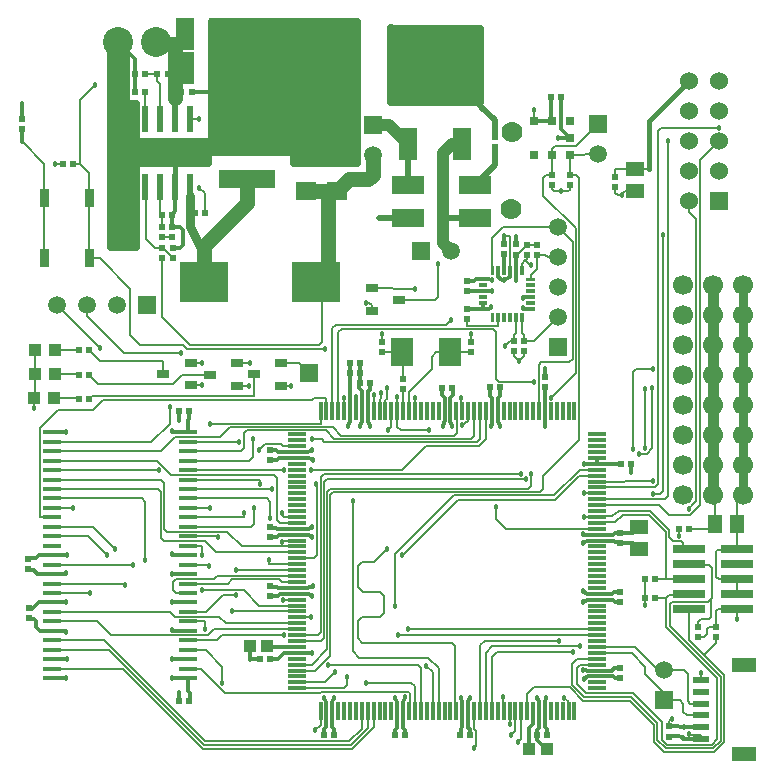
<source format=gtl>
G04 DipTrace 2.3.1.0*
%INAutoPilot.GTL*%
%MOIN*%
%ADD12C,0.0118*%
%ADD13C,0.012*%
%ADD14C,0.005*%
%ADD15C,0.04*%
%ADD16C,0.02*%
%ADD17C,0.035*%
%ADD18C,0.015*%
%ADD19C,0.05*%
%ADD20C,0.018*%
%ADD21C,0.03*%
%ADD22C,0.0197*%
%ADD23C,0.025*%
%ADD28C,0.07*%
%ADD30R,0.0217X0.0236*%
%ADD31R,0.063X0.1063*%
%ADD32R,0.0236X0.0217*%
%ADD33R,0.1063X0.063*%
%ADD34R,0.0709X0.063*%
%ADD35R,0.0591X0.0512*%
%ADD36R,0.0394X0.0394*%
%ADD37R,0.0512X0.0591*%
%ADD38R,0.0433X0.0394*%
%ADD39R,0.189X0.063*%
%ADD41C,0.0669*%
%ADD43R,0.1098X0.0291*%
%ADD44R,0.0591X0.0591*%
%ADD46C,0.0591*%
%ADD47R,0.0531X0.0236*%
%ADD48R,0.0787X0.0472*%
%ADD49R,0.1614X0.1378*%
%ADD51R,0.0413X0.0256*%
%ADD53R,0.0118X0.063*%
%ADD54R,0.063X0.0118*%
%ADD55R,0.063X0.0157*%
%ADD56R,0.0315X0.0118*%
%ADD58R,0.0276X0.0276*%
%ADD60R,0.0197X0.0866*%
%ADD61R,0.122X0.0945*%
%ADD62R,0.0591X0.1102*%
%ADD63R,0.248X0.2402*%
%ADD64R,0.0748X0.0945*%
%ADD65C,0.06*%
%ADD66R,0.06X0.06*%
%ADD67C,0.1*%
%FSLAX44Y44*%
G04*
G70*
G90*
G75*
G01*
%LNTop*%
%LPD*%
X14864Y12005D2*
D12*
Y12380D1*
D13*
Y12462D1*
X14791Y12535D1*
Y12791D1*
X14864Y12005D2*
D12*
Y11697D1*
D13*
X14809Y11512D1*
X16439Y12005D2*
D12*
Y12456D1*
D13*
X16374Y12521D1*
Y12800D1*
X16439Y12005D2*
D12*
Y11657D1*
D13*
Y11542D1*
X16409Y11512D1*
X9963Y10450D2*
D12*
X9588D1*
D13*
X9341D1*
X9274Y10382D1*
X9042D1*
X9963Y10450D2*
D12*
X10337D1*
D13*
X10467Y10370D1*
X9963Y7891D2*
D12*
X9588D1*
D13*
X9355D1*
X9277Y7812D1*
X9054D1*
X9042Y7800D1*
X9963Y7891D2*
D12*
X10338D1*
D13*
X10459Y7821D1*
X9963Y5922D2*
D12*
X9588D1*
D13*
X9382D1*
X9322Y5862D1*
X9060D1*
X9042Y5844D1*
X9963Y5922D2*
D12*
X10338D1*
D13*
X10459Y5862D1*
X9963Y3954D2*
D12*
X9588D1*
D13*
X9510D1*
X9311Y3754D1*
X9040D1*
X11124Y2005D2*
D12*
Y1630D1*
D13*
Y1474D1*
X11190Y1408D1*
Y1212D1*
X11124Y2005D2*
D12*
Y2313D1*
D13*
X11180Y2462D1*
X13486Y2005D2*
D12*
Y1630D1*
D13*
Y1448D1*
X13551Y1383D1*
Y1212D1*
X13486Y2005D2*
D12*
Y2310D1*
D13*
X13530Y2433D1*
Y2473D1*
X15652Y2005D2*
D12*
Y1630D1*
D13*
Y1460D1*
X15698Y1414D1*
Y1207D1*
X15652Y2005D2*
D12*
Y2339D1*
D13*
X15709Y2462D1*
X18211Y2005D2*
D12*
Y1630D1*
D13*
Y1485D1*
X18284Y1412D1*
Y1212D1*
X18211Y2005D2*
D12*
Y2326D1*
D13*
X18259Y2462D1*
X19963Y3363D2*
D12*
X20338D1*
D13*
X20440D1*
X20525Y3448D1*
X20724D1*
X19963Y3363D2*
D12*
X19648D1*
D13*
X19541Y3380D1*
X19470D1*
X19963Y7891D2*
D12*
X20338D1*
D13*
X20476D1*
X20541Y7955D1*
X20718D1*
X21160D1*
X21358Y8153D1*
X19963Y7891D2*
D12*
X19485D1*
D13*
X19467Y7909D1*
X19963Y10450D2*
D12*
Y10253D1*
X20338D1*
D13*
X20732D1*
X20735Y10251D1*
X9963Y3954D2*
D12*
X10338D1*
D13*
X10459D1*
X12305Y12005D2*
D12*
Y12380D1*
D13*
Y12667D1*
X12366Y12727D1*
Y12944D1*
X11715Y12005D2*
D12*
Y12380D1*
D13*
Y13207D1*
X11699Y13223D1*
Y13270D1*
Y13611D1*
X11715Y12005D2*
D12*
Y11677D1*
D13*
X11659Y11512D1*
X12305Y12005D2*
D12*
Y11683D1*
D13*
X12379Y11508D1*
X18211Y12005D2*
D12*
Y12380D1*
D13*
Y12803D1*
X18208Y12805D1*
X18211Y12005D2*
D12*
X18209Y11630D1*
D13*
Y11514D1*
X19963Y10253D2*
D12*
X19588D1*
D13*
X19518D1*
X19509Y10262D1*
X6309Y3112D2*
Y2674D1*
X6382Y2601D1*
Y2371D1*
X6349Y2338D1*
X6309Y11301D2*
Y11729D1*
X6332Y11751D1*
Y11997D1*
X6336Y12001D1*
X1782Y4687D2*
X1369D1*
X1257Y4799D1*
Y5002D1*
X1172Y5088D1*
X1008D1*
Y5101D1*
X1782Y6577D2*
X1293D1*
X1169Y6701D1*
X1024D1*
X987Y6739D1*
X1782Y6577D2*
X2207D1*
X2232Y6601D1*
X1782Y4687D2*
X2196D1*
X2232Y4651D1*
X6309Y3112D2*
X5793D1*
X5782Y3101D1*
X6309Y11301D2*
X5832D1*
X5782Y11351D1*
X6309Y3742D2*
X5791D1*
X5782Y3751D1*
X6309Y5632D2*
X5801D1*
X5782Y5651D1*
X6309Y7207D2*
X5826D1*
X5782Y7251D1*
X11908Y12467D2*
D12*
X11912Y12463D1*
Y12005D1*
X770Y22255D2*
D13*
Y21740D1*
X1221Y14030D2*
D14*
X1211Y14020D1*
Y13230D1*
X1181Y12440D2*
X1211Y12470D1*
Y13230D1*
X2135Y20250D2*
X1880D1*
X1181Y12440D2*
Y12101D1*
X21549Y5775D2*
Y6399D1*
X21552D1*
X21549Y5775D2*
X21544D1*
Y5531D1*
X17246Y16697D2*
D13*
Y17229D1*
X17248D1*
X17246Y16697D2*
Y16393D1*
X17263D1*
X16163Y16402D2*
D12*
X15914D1*
D13*
X15849Y16338D1*
X15602D1*
X16163Y16402D2*
D12*
X16323D1*
X16463Y16368D1*
D13*
D3*
X17738Y15811D2*
D12*
X17507D1*
D13*
X17488Y15793D1*
X17960Y17560D2*
D14*
X17612D1*
X17611Y17561D1*
X17248Y17229D2*
X17279D1*
X17611Y17561D1*
X17188Y14020D2*
Y13843D1*
X17342Y13688D1*
X17513Y14020D2*
Y13859D1*
X17342Y13688D1*
X19963Y5922D2*
D12*
X20338D1*
D13*
X20438D1*
X20504Y5988D1*
X20715D1*
X19963Y5922D2*
D12*
X19597D1*
D13*
X19464Y6012D1*
X17861Y21684D2*
X18452D1*
X18423Y21714D1*
Y22484D1*
X17861Y21684D2*
D14*
X17862Y22038D1*
X18445Y19554D2*
Y19398D1*
X18511Y19332D1*
X18740D1*
X19048Y19555D2*
Y19396D1*
X18983Y19332D1*
X18740D1*
X23413Y3049D2*
Y3282D1*
X23421Y3290D1*
X23413Y1474D2*
D13*
X22833D1*
X22520Y1505D1*
X22355Y1497D1*
X23927Y4815D2*
D14*
Y5341D1*
X23987Y5401D1*
X24599D1*
X24600Y5400D1*
X23327Y4481D2*
X23513D1*
X23622Y4589D1*
Y4748D1*
X23675Y4801D1*
X23913D1*
X23927Y4815D1*
X24600Y5400D2*
Y5100D1*
X24605Y5095D1*
X22440Y1760D2*
X22355Y1675D1*
Y1497D1*
X15459Y20911D2*
D15*
X15101D1*
X14807Y20618D1*
Y18452D1*
Y17628D1*
X15077Y17359D1*
X15880Y18452D2*
D16*
X14807D1*
X23800Y16200D2*
D17*
Y9200D1*
X12480Y21560D2*
D15*
X12999D1*
X13648Y20911D1*
D16*
X13637Y19557D1*
X23876Y8235D2*
D14*
Y9124D1*
X23800Y9200D1*
X23018Y8074D2*
X23715D1*
X23876Y8235D1*
X21670Y20090D2*
D18*
Y21670D1*
X23000Y23000D1*
X21226Y20081D2*
D14*
X20551D1*
Y19799D1*
X21670Y20090D2*
X21226Y20081D1*
X11295Y19355D2*
D19*
X10245D1*
X10995D1*
Y16715D1*
X10585Y16305D1*
X5440Y17105D2*
D14*
Y15160D1*
X6395Y14205D1*
X10695D1*
X10795Y14305D1*
Y16095D1*
X10585Y16305D1*
X11295Y19355D2*
D19*
X11670Y19730D1*
X12320D1*
X12480Y19890D1*
Y20560D1*
X18452Y20543D2*
D14*
Y19896D1*
X18445Y19889D1*
X18452Y20543D2*
Y20743D1*
X18549Y20841D1*
X19231D1*
X19980Y21590D1*
X18445Y19889D2*
X18260D1*
X18160Y19789D1*
Y19190D1*
X19250Y18100D1*
Y13290D1*
X18420Y12460D1*
X17760Y9910D2*
Y9510D1*
X17660Y9410D1*
X11050D1*
X10950Y9310D1*
Y4080D1*
X10430Y3560D1*
X9963D1*
X19042Y20543D2*
Y19895D1*
X19048Y19889D1*
X19042Y20543D2*
X19524D1*
X19570Y20588D1*
X19979D1*
X19980Y20590D1*
X19048Y19889D2*
X19250D1*
X19350Y19789D1*
Y11040D1*
X18143Y9833D1*
Y9410D1*
X18043Y9310D1*
X11150D1*
X11050Y9210D1*
Y3860D1*
X10553Y3363D1*
X9963D1*
X12502Y12005D2*
Y12527D1*
X12522Y12546D1*
X9760Y12860D2*
X9410D1*
X13880Y12005D2*
Y12460D1*
Y16090D2*
X12449Y16098D1*
X15837Y787D2*
X15900Y850D1*
Y1360D1*
X15849Y1411D1*
Y2005D1*
X11500Y12460D2*
X11518Y12442D1*
Y12005D1*
X23000Y19000D2*
Y18653D1*
X23248Y18405D1*
Y9003D1*
X23163Y8917D1*
Y8899D1*
X23005Y8742D1*
X18664Y4363D2*
X16200D1*
X16039Y4202D1*
Y2012D1*
X16045Y2005D1*
X17840Y12990D2*
X16670D1*
X16570Y13090D1*
Y14660D1*
X16470Y14760D1*
X11430D1*
X11321Y14651D1*
Y12005D1*
X19386Y4169D2*
Y4164D1*
X16446D1*
X16242Y3960D1*
Y2005D1*
X15077Y15032D2*
X14925Y14880D1*
X11230D1*
X11124Y14774D1*
Y12005D1*
X19150Y3977D2*
Y3993D1*
X16608D1*
X16439Y3825D1*
Y2005D1*
X8690Y10710D2*
X8890Y10910D1*
X9400D1*
X9466Y10844D1*
X9963D1*
X24000Y21000D2*
X23380Y20380D1*
Y8880D1*
X23033Y8533D1*
X22347D1*
X22005Y8875D1*
X19963D1*
X9963Y2970D2*
X10880D1*
X11210Y3300D1*
X21130Y10740D2*
Y13320D1*
X21230Y13420D1*
X21800D1*
X22310Y21000D2*
Y9180D1*
X22202Y9072D1*
X19963D1*
X9963Y2773D2*
X11510D1*
X11610Y2873D1*
Y3130D1*
X21360Y10580D2*
X21600D1*
X21791Y10771D1*
Y12770D1*
X24000Y21463D2*
X22093D1*
X21970Y21340D1*
Y9570D1*
X21866Y9466D1*
X19963D1*
X10730Y2005D2*
Y1556D1*
X10559Y1385D1*
X21530Y10790D2*
X21540D1*
Y12731D1*
X22140Y17870D2*
Y9340D1*
X22040Y9240D1*
X21800D1*
Y9670D2*
X19963Y9662D1*
X18998Y2005D2*
Y2325D1*
X18863Y2460D1*
X16242Y12005D2*
Y11095D1*
X16009Y10862D1*
X14259D1*
X13459Y10062D1*
X10419D1*
Y10042D1*
X9499D2*
Y10041D1*
X6309D1*
X16045Y12005D2*
Y11088D1*
X15939Y10982D1*
X10856D1*
X10766Y11072D1*
X10445D1*
X8468D2*
Y10471D1*
X8353Y10356D1*
X6309D1*
Y10671D2*
X8089D1*
X8189Y10771D1*
Y11272D1*
X8289Y11372D1*
X10899D1*
X11189Y11082D1*
X15739D1*
X15849Y11192D1*
Y12005D1*
X15652D2*
Y11685D1*
X15439Y11542D1*
X8023Y10986D2*
X6309D1*
X15455Y12005D2*
X15419D1*
Y12462D1*
X5698Y12162D2*
Y11594D1*
X5090Y10986D1*
X1782D1*
Y10671D2*
X5416D1*
X5887Y11142D1*
X7389D1*
X7719Y11472D1*
X11139D1*
X11429Y11182D1*
X15169D1*
X15274Y11287D1*
Y12005D1*
X15258D1*
X1782Y10356D2*
X5289D1*
X5763Y9882D1*
X9169D1*
X9269Y9782D1*
Y8392D1*
X9377Y8285D1*
X9963D1*
Y7694D2*
X9465D1*
X9433Y7662D1*
X5359Y10042D2*
Y10041D1*
X1782D1*
Y9726D2*
X5419D1*
X5519Y9626D1*
Y8092D1*
X5619Y7992D1*
X7603D1*
X8098Y7497D1*
X9963D1*
X1782Y9411D2*
X5309D1*
X5414Y9307D1*
Y7782D1*
X5514Y7682D1*
X6869D1*
X7251Y7300D1*
X9963D1*
Y7103D2*
X10520D1*
X10629Y7212D1*
Y9532D1*
X10579Y9582D1*
X8699D2*
Y9726D1*
X6309D1*
X9963Y6907D2*
X8999D1*
Y7042D1*
X4879D2*
Y8995D1*
X4778Y9097D1*
X1782D1*
X14077Y2005D2*
Y3435D1*
X13981Y3530D1*
X10995D1*
X2469Y8782D2*
X1782D1*
X6309Y9097D2*
X8955D1*
X9059Y8992D1*
Y8452D1*
X14249Y3522D2*
X14471Y3301D1*
Y2005D1*
X14667D2*
Y3454D1*
X14329Y3792D1*
X12018D1*
X11800Y4010D1*
Y9000D1*
X9099Y9411D2*
X6309D1*
Y3427D2*
X6744D1*
X7559Y2612D1*
X10709D1*
X10759Y2662D1*
X13659D1*
X13709Y2612D1*
Y2031D1*
X13683Y2005D1*
X13880D2*
Y2841D1*
X13759Y2962D1*
X12259D1*
X7459D2*
Y3496D1*
X6898Y4057D1*
X6309D1*
X19963Y4544D2*
Y4542D1*
X13319D1*
X9499D2*
X7459D1*
X7289Y4372D1*
X6309D1*
X19963Y4741D2*
X13659D1*
X6869D2*
Y5002D1*
X6309D1*
X9963Y6710D2*
Y6702D1*
X7899D1*
Y5872D2*
X7484D1*
X6929Y5317D1*
X6309D1*
Y5947D2*
X5919D1*
X5819Y6047D1*
Y6322D1*
X5919Y6422D1*
X7179D1*
X7270Y6513D1*
X9963D1*
X6309Y6262D2*
X7649D1*
X7790Y6402D1*
X9349D1*
X9435Y6316D1*
X9963D1*
X6309Y6892D2*
X6978D1*
X7017Y6852D1*
X9486Y5708D2*
X9722D1*
X9739Y5725D1*
X9963D1*
X1782Y6892D2*
X1989D1*
X1999Y6882D1*
X4479D1*
X6769Y6042D2*
X8169D1*
X8683Y5529D1*
X9963D1*
X1782Y6262D2*
Y6240D1*
X4210D1*
Y6220D1*
X7789Y5362D2*
X7787Y5332D1*
X9963D1*
X1782Y5947D2*
Y5960D1*
X3051D1*
X10419Y5132D2*
X9963D1*
Y5135D1*
Y4938D2*
X7579D1*
X7355Y5162D1*
X5869D1*
X5714Y5317D1*
X1782D1*
X9963Y4741D2*
X7189D1*
X6980Y4532D1*
X3759D1*
X3289Y5002D1*
X1782D1*
Y4372D2*
X3499D1*
X6873Y999D1*
X11695D1*
X12108Y1412D1*
Y2005D1*
X12305D2*
Y1460D1*
X11733Y888D1*
X6833D1*
X3664Y4057D1*
X1782D1*
X12502Y2005D2*
Y1495D1*
X11766Y759D1*
X6813D1*
X4144Y3427D1*
X1782D1*
X19963Y9859D2*
X19349D1*
X18545Y9055D1*
X15320D1*
X13459Y7194D1*
Y7212D1*
X6769D2*
Y7522D1*
X6309D1*
X1782Y7837D2*
X2985D1*
X3609Y7212D1*
X13209Y5512D2*
Y7244D1*
X15170Y9205D1*
X18520D1*
X19371Y10056D1*
X19963D1*
X6309Y8152D2*
X8409D1*
X8509Y8252D1*
Y8792D1*
X16595Y8805D2*
Y8405D1*
X16912Y8088D1*
X19963D1*
X1782Y8467D2*
X1389D1*
Y11459D1*
X1980Y12050D1*
X3160D1*
X3490Y12380D1*
X10440D1*
X10520Y12460D1*
X10927D1*
Y12005D1*
X15258Y2005D2*
X15224D1*
Y4168D1*
X15119Y4272D1*
X12128D1*
X11970Y4430D1*
Y5010D1*
X12100Y5140D1*
X12710D1*
X12850Y5280D1*
Y5830D1*
X12710Y5970D1*
X12160D1*
X11980Y6150D1*
Y6850D1*
X12125Y6995D1*
X12525D1*
X12950Y7420D1*
X3891D2*
X3160Y8152D1*
X1782D1*
X10730Y12005D2*
Y11572D1*
X7059D1*
Y8782D2*
X6309D1*
X9963Y8481D2*
X9529D1*
X9439Y8571D1*
Y8622D1*
X8179D2*
Y8467D1*
X6309D1*
X13093Y12005D2*
Y11486D1*
X12989Y11382D1*
X7329Y7822D2*
X7315Y7837D1*
X6309D1*
X15061Y12005D2*
D12*
Y12380D1*
D13*
Y12461D1*
X15159Y12559D1*
Y12758D1*
X15126Y12791D1*
X15061Y12005D2*
D12*
Y11664D1*
D13*
X15109Y11512D1*
X16636Y12005D2*
D12*
Y12436D1*
D13*
X16708Y12508D1*
Y12800D1*
X16636Y12005D2*
D12*
Y11675D1*
D13*
X16715Y11500D1*
X9963Y10647D2*
D12*
X9588D1*
D13*
X9299D1*
X9233Y10712D1*
X9046D1*
X9042Y10717D1*
X9963Y10647D2*
D12*
X10307D1*
D13*
X10459Y10712D1*
X9963Y8088D2*
D12*
X9588D1*
D13*
X9284D1*
X9259Y8112D1*
X9064D1*
X9042Y8134D1*
X9963Y8088D2*
D12*
X10338D1*
D13*
X10447Y8148D1*
X9963Y6119D2*
D12*
X9588D1*
D13*
X9317D1*
X9274Y6162D1*
X9058D1*
X9042Y6178D1*
X9963Y6119D2*
D12*
X10286D1*
D13*
X10468Y6189D1*
X8706Y3754D2*
X8364D1*
Y4173D1*
X10927Y2005D2*
D12*
Y1630D1*
D13*
Y1479D1*
X10859Y1411D1*
Y1217D1*
X10855Y1212D1*
X10927Y2005D2*
D12*
Y2313D1*
D13*
X10859Y2462D1*
X13289Y2005D2*
D12*
Y1630D1*
D13*
Y1463D1*
X13209Y1383D1*
Y1220D1*
X13217Y1212D1*
X13289Y2005D2*
D12*
Y2316D1*
D13*
X13228Y2462D1*
X15455Y2005D2*
D12*
Y1630D1*
D13*
Y1469D1*
X15409Y1423D1*
Y1252D1*
X15364Y1207D1*
X15455Y2005D2*
D12*
Y2324D1*
D13*
X15409Y2462D1*
X18014Y2005D2*
D12*
Y1630D1*
D13*
Y1444D1*
X17959Y1390D1*
Y1223D1*
X17949Y1212D1*
Y1034D1*
X18230Y754D1*
X18269D1*
X18014Y2005D2*
D12*
Y2335D1*
D13*
X17959Y2462D1*
X19963Y3166D2*
D12*
X20338D1*
D13*
X20487D1*
X20541Y3112D1*
X20722D1*
X20724Y3114D1*
X19963Y3166D2*
D12*
X19657D1*
D13*
X19499Y3081D1*
X19963Y5725D2*
D12*
X20338D1*
D13*
X20465D1*
X20536Y5654D1*
X20715D1*
X19963Y5725D2*
D12*
X19630D1*
D13*
X19491Y5635D1*
X19963Y7694D2*
D12*
X20338D1*
D13*
X20521D1*
X20552Y7662D1*
X20676D1*
X20718Y7620D1*
X21143D1*
X21358Y7405D1*
X19963Y7694D2*
D12*
X19618D1*
D13*
X19476Y7600D1*
X21069Y10251D2*
X21065D1*
Y9974D1*
X12108Y12005D2*
D12*
Y12380D1*
D13*
Y12680D1*
X12009Y12779D1*
Y12922D1*
X12031Y12944D1*
Y13267D1*
X12033Y13270D1*
Y13611D1*
X12108Y12005D2*
Y11677D1*
X12059Y11512D1*
X18208Y13140D2*
Y13421D1*
X18209D1*
X6001Y12001D2*
Y11701D1*
X1782Y5632D2*
X1336D1*
X1105Y5401D1*
X1043D1*
X1008Y5436D1*
X1782Y7207D2*
X1349D1*
X1243Y7101D1*
X1014D1*
X987Y7073D1*
X1782Y7207D2*
X2276D1*
Y7201D1*
X1782Y5632D2*
X2212D1*
X2232Y5651D1*
X1782Y3112D2*
X2221D1*
X2232Y3101D1*
X1782Y3742D2*
X2273D1*
X1782Y11301D2*
X2232D1*
X6309Y4687D2*
X5796D1*
X5782Y4701D1*
X6309Y6577D2*
X5782D1*
X19042Y21114D2*
X18757Y21399D1*
Y22484D1*
X19042Y21114D2*
X19027Y21098D1*
X18648D1*
X17248Y17564D2*
X17238Y17574D1*
Y17828D1*
X16163Y16008D2*
D12*
X15946D1*
D13*
X15876D1*
X15867Y16018D1*
X15616D1*
X15602Y16003D1*
X16856Y17566D2*
Y17835D1*
X16849D1*
X16163Y15418D2*
D12*
X15946D1*
D13*
X15635D1*
X15618Y15400D1*
X16163Y15418D2*
D12*
X16338D1*
D13*
X16413Y15493D1*
X16163Y16008D2*
D12*
D3*
D13*
X16447D1*
X17049Y16697D2*
D12*
Y16479D1*
D13*
X16837Y16373D1*
X16788Y16393D1*
X16663Y16468D1*
X16655Y16697D1*
X17738Y15418D2*
D12*
X17488D1*
Y15443D1*
D13*
D3*
X16163Y15614D2*
D12*
Y15418D1*
X23413Y1080D2*
D13*
X22877D1*
X22814Y1111D1*
X22673Y1180D1*
X22372D1*
X22355Y1163D1*
X19963Y9269D2*
D14*
X19510D1*
Y9270D1*
X6400Y13618D2*
X6402Y13620D1*
X6770D1*
X6014Y2338D2*
D13*
X6020D1*
Y2620D1*
X11295Y20457D2*
X10245D1*
X6430Y22655D2*
X7545D1*
X7836D1*
X8295Y22196D1*
X7545Y22705D2*
Y22655D1*
X8295Y22196D2*
D14*
X8236D1*
X7545Y21505D1*
X7322Y23460D2*
Y23682D1*
X7545Y23905D1*
X10295Y21505D2*
Y21090D1*
X10245Y21040D1*
Y20457D1*
X11695Y21505D2*
X11295Y21105D1*
Y20457D1*
X7545Y23905D2*
X7322Y24128D1*
Y24580D1*
X5895Y19491D2*
D13*
Y18670D1*
X5780Y18555D1*
Y18170D1*
X5795Y18155D1*
X6045D1*
X6145Y18055D1*
Y17555D1*
X6030Y17440D1*
X5800D1*
X4560Y22655D2*
Y23240D1*
X4545Y23255D1*
Y23755D1*
X3995Y24305D1*
X5895Y19491D2*
D20*
Y20373D1*
X5645Y20623D1*
X770Y21405D2*
D13*
Y21005D1*
D14*
D3*
X1520Y17100D2*
Y19100D1*
Y20255D1*
X770Y21005D1*
X12772Y14312D2*
X12771Y14580D1*
X15740Y14308D2*
X15743Y14588D1*
X13637Y18455D2*
D16*
X12695D1*
X16545Y21159D2*
Y21702D1*
X16095Y22153D1*
D20*
X15961Y22287D1*
X14361Y24687D2*
D14*
X14553D1*
Y23372D1*
X16849Y17835D2*
X17049D1*
Y16697D1*
X12260Y15620D2*
X12359D1*
X12449Y15530D1*
Y15350D1*
X23000Y1250D2*
X23035Y1215D1*
X23413D1*
Y1080D1*
X20790Y19200D2*
Y19243D1*
X20880Y19333D1*
X21226D1*
X20551Y19464D2*
Y19288D1*
X20640Y19198D1*
X20788D1*
X20790Y19200D1*
X24600Y5900D2*
Y6400D1*
X24000D1*
X23928Y6472D1*
Y7349D1*
X23975Y7396D1*
X24596D1*
X24600Y7400D1*
Y8211D1*
X24624Y8235D1*
X24800Y9200D2*
D21*
Y16200D1*
X24624Y8235D2*
D14*
Y9024D1*
X24800Y9200D1*
X22683Y8074D2*
Y7844D1*
X7950Y13598D2*
X8377D1*
X9410Y13608D2*
X10012D1*
X10330Y13290D1*
X22175Y2386D2*
Y2625D1*
X21560Y3240D1*
Y3490D1*
X21100Y3950D1*
X19967D1*
X19963Y3954D1*
X23413Y1868D2*
X22947D1*
X22818Y1996D1*
Y2259D1*
X22697Y2381D1*
X22180D1*
X22175Y2386D1*
Y3386D2*
X21974D1*
X21200Y4160D1*
X19972D1*
X19963Y4151D1*
X23413Y2261D2*
X23059D1*
X22974Y2347D1*
Y3261D1*
X22852Y3383D1*
X22178D1*
X22175Y3386D1*
X12699Y12005D2*
Y12383D1*
X12758Y12442D1*
Y12616D1*
X8330Y12860D2*
X7960D1*
X7950Y12850D1*
X17611Y17227D2*
Y17094D1*
X17549Y17031D1*
X17442Y16924D1*
Y16697D1*
X17443D1*
X17740Y16883D2*
X17698D1*
X17549Y17031D1*
X17960Y17226D2*
Y16752D1*
X17740Y16533D1*
Y16404D1*
X17738Y16402D1*
X18634Y17143D2*
X18298D1*
X18212Y17229D1*
X17963D1*
X17960Y17226D1*
X18634Y18143D2*
X16807D1*
X16449Y17785D1*
Y16706D1*
X16458Y16697D1*
X18014Y12005D2*
Y13561D1*
X18094Y13641D1*
X19026D1*
X19144Y13759D1*
Y17633D1*
X18634Y18143D1*
X17246Y15122D2*
Y14612D1*
X17188Y14555D1*
Y14355D1*
X17420Y9910D2*
X10850D1*
X10750Y9810D1*
Y4650D1*
X10644Y4544D1*
X9963D1*
X17188Y14355D2*
X17063D1*
X16879Y14171D1*
X17443Y15122D2*
Y14625D1*
X17513Y14555D1*
Y14355D1*
X18634Y15143D2*
Y15137D1*
X17844Y14346D1*
X17521D1*
X17513Y14355D1*
X17590Y9740D2*
X10950D1*
X10850Y9640D1*
Y4450D1*
X10748Y4348D1*
X9963D1*
X22998Y5900D2*
Y5890D1*
X22342D1*
X22245Y5793D1*
Y5775D1*
Y4806D1*
X23954Y3097D1*
Y1065D1*
X23772Y883D1*
X22277D1*
X22098Y1061D1*
Y1649D1*
X21151Y2597D1*
X19579D1*
X19268Y2908D1*
Y3453D1*
X19370Y3555D1*
X19958D1*
X19963Y3560D1*
X21884Y5775D2*
X22245D1*
X22998Y6900D2*
X23145D1*
X23155Y6890D1*
X23671D1*
X23770Y6791D1*
Y5765D1*
X23757Y5752D1*
X23654Y5648D1*
X22432D1*
X22368Y5584D1*
Y4835D1*
X24070Y3133D1*
Y1025D1*
X23815Y771D1*
X22236D1*
X21963Y1043D1*
Y1608D1*
X21092Y2479D1*
X19521D1*
X19120Y2880D1*
Y3580D1*
X19295Y3755D1*
X19961D1*
X19963Y3757D1*
X23327Y4815D2*
Y4988D1*
X23422Y5083D1*
X23681D1*
X23757Y5160D1*
Y5752D1*
X22998Y6400D2*
X22260D1*
Y7973D1*
X21673Y8560D1*
X20800D1*
X20545Y8305D1*
X19983D1*
X19963Y8285D1*
X21887Y6399D2*
X22260Y6400D1*
X22998Y5400D2*
Y4386D1*
X23514Y3869D1*
X24185Y3199D1*
Y979D1*
X23860Y655D1*
X22175D1*
X21840Y990D1*
Y1555D1*
X21033Y2361D1*
X19479D1*
X19035Y2805D1*
X17845D1*
X17620Y2580D1*
Y2005D1*
X23927Y4480D2*
Y4282D1*
X23514Y3869D1*
X16852Y16697D2*
D12*
Y16915D1*
D13*
Y17227D1*
X16856Y17231D1*
X2681Y13205D2*
D14*
X2656Y13230D1*
X1880D1*
X3015Y13205D2*
X3305Y12915D1*
X5805D1*
X6114Y13224D1*
X7044D1*
X2681Y12425D2*
X2666Y12440D1*
X1850D1*
X3015Y12425D2*
X3105Y12515D1*
X8504D1*
Y13234D1*
X14636Y16915D2*
Y15816D1*
X14544Y15724D1*
X13354D1*
X4895Y21755D2*
Y22655D1*
X5395Y21755D2*
Y22905D1*
X5295Y23005D1*
Y23255D1*
X4880D1*
X5395Y19491D2*
Y18605D1*
X5445Y18555D1*
Y18155D1*
X5795Y17820D2*
X5445D1*
X8295Y19755D2*
D19*
Y18955D1*
X6845Y17505D1*
Y16305D1*
X6395Y19491D2*
D22*
Y19193D1*
D21*
Y18605D1*
Y18178D1*
X6863Y17204D1*
X6845Y16305D1*
X6545Y18605D2*
D14*
X6395D1*
Y21755D2*
X6695D1*
Y19455D2*
X6880Y19270D1*
Y18605D1*
X5440Y17440D2*
X5200D1*
X4900Y17740D1*
Y19486D1*
X4895Y19491D1*
X5440Y17440D2*
X5465D1*
X5800Y17105D1*
X16655Y15122D2*
Y14860D1*
X15618D1*
Y15065D1*
X2691Y14045D2*
X2675Y14030D1*
X1890D1*
X3025Y14045D2*
X3385Y13685D1*
X5455D1*
X5494Y13646D1*
Y13244D1*
X13683Y12005D2*
Y12647D1*
X14439Y13403D1*
Y13822D1*
X14592Y13975D1*
X15057D1*
X15059Y13973D1*
X15739D1*
X15740D1*
X13486Y12005D2*
Y12743D1*
X13483Y12747D1*
Y13081D2*
Y13935D1*
X13445Y13973D1*
X12778D1*
X12772Y13978D1*
X15880Y19555D2*
D16*
X16545Y20221D1*
Y20824D1*
X12896Y12005D2*
D14*
Y12388D1*
X12932Y12424D1*
Y12787D1*
X6780Y12870D2*
X6400D1*
X13289Y12005D2*
Y11492D1*
X13399Y11382D1*
X14349D1*
X19499Y8482D2*
Y8481D1*
X19963D1*
X22998Y7400D2*
X22913D1*
X22822Y7491D1*
Y7614D1*
X22757Y7679D1*
X22492D1*
X22362Y7808D1*
Y8041D1*
X21723Y8680D1*
X20669D1*
X20453Y8499D1*
X19963Y8481D1*
X3020Y17100D2*
Y19100D1*
Y19950D1*
X2720Y20250D1*
X2713D1*
X2470D1*
X2713D2*
Y22373D1*
X3210Y22870D1*
X3020Y17100D2*
X3380D1*
X4390Y16090D1*
Y14540D1*
X4710Y14220D1*
X6140D1*
X6280Y14080D1*
X10890D1*
X13286Y12485D2*
Y12002D1*
X13289Y12005D1*
X9963Y4151D2*
D12*
X9588D1*
D13*
X8977D1*
X8955Y4173D1*
X17817Y2005D2*
D12*
Y1571D1*
D13*
X17678Y1432D1*
Y754D1*
X5630Y23255D2*
D14*
X6015D1*
X6220Y23460D1*
X6040D1*
Y24580D1*
X6220D1*
X5895Y21755D2*
D22*
Y22438D1*
D19*
Y24255D1*
X5295D1*
X5245Y24305D1*
X5895Y21755D2*
D14*
Y22455D1*
X6095Y22655D1*
X5245Y24305D2*
X5945D1*
X6220Y24580D1*
X2945Y15530D2*
Y15180D1*
X4195Y13930D1*
X6070D1*
X17423Y2005D2*
Y1093D1*
X17329Y998D1*
X17286D1*
X17311Y973D1*
X1945Y15530D2*
X3370Y14105D1*
X17226Y2005D2*
Y1345D1*
X17092Y1210D1*
X16833Y2005D2*
X16820Y2018D1*
Y2480D1*
X17030Y2005D2*
Y1571D1*
D20*
X10459Y3954D3*
X18209Y11514D3*
X770Y22255D3*
X1880Y20250D3*
X1181Y12101D3*
X21544Y5531D3*
X23421Y3290D3*
X22833Y1474D3*
X770Y22255D3*
X12522Y12546D3*
X9760Y12860D3*
X23005Y8742D3*
X18664Y4363D3*
X11210Y3300D3*
X21130Y10740D3*
X21800Y13420D3*
X11610Y3130D3*
X21360Y10580D3*
X21791Y12770D3*
X10559Y1385D3*
X21530Y10790D3*
X21540Y12731D3*
X18863Y2460D3*
X10419Y10042D3*
X9499D3*
X10445Y11072D3*
X8468D3*
X15439Y11542D3*
X8023Y10986D3*
X15419Y12462D3*
X5698Y12162D3*
X9433Y7662D3*
X5359Y10042D3*
X10579Y9582D3*
X8699D3*
X8999Y7042D3*
X4879D3*
X10995Y3530D3*
X2469Y8782D3*
X9059Y8452D3*
X14249Y3522D3*
X11800Y9000D3*
X9099Y9411D3*
X12259Y2962D3*
X7459D3*
X13319Y4542D3*
X9499D3*
X13659Y4741D3*
X6869D3*
X7899Y6702D3*
Y5872D3*
X7017Y6852D3*
X9486Y5708D3*
X4479Y6882D3*
X6769Y6042D3*
X4210Y6220D3*
X7789Y5362D3*
X3051Y5960D3*
X10419Y5132D3*
X13459Y7212D3*
X6769D3*
X3609D3*
X13209Y5512D3*
X8509Y8792D3*
X16595Y8805D3*
X12950Y7420D3*
X3891D3*
X7059Y11572D3*
Y8782D3*
X9439Y8622D3*
X8179D3*
X12989Y11382D3*
X7329Y7822D3*
X6001Y11701D3*
X18648Y21098D3*
X16837Y16373D3*
X8364Y3754D3*
X6020Y2620D3*
X7545Y21505D3*
X12695Y18455D3*
X22814Y1111D3*
X22683Y7844D3*
X8377Y13598D3*
X12758Y12616D3*
X8330Y12860D3*
X17740Y16883D3*
X6695Y21755D3*
Y19455D3*
X12932Y12787D3*
X6780Y12870D3*
X14349Y11382D3*
X19499Y8482D3*
X3210Y22870D3*
X10890Y14080D3*
X13286Y12485D3*
X6070Y13930D3*
X17311Y973D3*
X3370Y14105D3*
X17092Y1210D3*
X16820Y2480D3*
X17030Y1571D3*
X4545Y21005D3*
Y20655D3*
Y20305D3*
X4245Y21005D3*
Y20655D3*
Y20305D3*
X6120Y20955D3*
Y20330D3*
X5895Y20630D3*
X5645Y20955D3*
Y20330D3*
X5395Y20630D3*
X5170Y20955D3*
Y20330D3*
X15961Y23087D3*
X11645Y23905D3*
X11695Y21505D3*
X10295Y23905D3*
Y21505D3*
X9095Y23905D3*
X7545D3*
X15961Y23487D3*
X9095Y21505D3*
X11695Y22705D3*
X10295D3*
X9095D3*
X7545D3*
X15961Y23887D3*
Y24287D3*
Y24687D3*
X15561D3*
X15161D3*
X14761D3*
X14361D3*
X13961D3*
X13561D3*
X13161D3*
Y24287D3*
Y23887D3*
Y23487D3*
Y23087D3*
Y22687D3*
Y22287D3*
X15961Y22687D3*
Y22287D3*
X11908Y12467D3*
X5782Y7251D3*
Y5651D3*
Y3751D3*
Y11351D3*
Y3101D3*
X2232Y4651D3*
Y6601D3*
X19509Y10262D3*
X12379Y11508D3*
X11659Y11512D3*
X19467Y7909D3*
X19464Y6012D3*
X19470Y3380D3*
X18259Y2462D3*
X15709D3*
X13530Y2473D3*
X11180Y2462D3*
X10459Y5862D3*
Y7821D3*
X10467Y10370D3*
X16409Y11512D3*
X14809D3*
X19510Y9270D3*
X770Y21005D3*
X17488Y15443D3*
X16447Y16008D3*
X16413Y15493D3*
X16849Y17835D3*
X17238Y17828D3*
X18648Y21098D3*
X5782Y6577D3*
Y4701D3*
X23000Y1250D3*
X2232Y11301D3*
X20790Y19200D3*
X2273Y3742D3*
X12260Y15620D3*
X2232Y3101D3*
Y5651D3*
X2276Y7201D3*
X6001Y11701D3*
X15743Y14588D3*
X18209Y13421D3*
X12771Y14580D3*
X12059Y11512D3*
X21065Y9974D3*
X19476Y7600D3*
X19491Y5635D3*
X19499Y3081D3*
X6770Y13620D3*
X17959Y2462D3*
X22440Y1760D3*
X15409Y2462D3*
X24605Y5095D3*
X13228Y2462D3*
X23421Y3290D3*
X10859Y2462D3*
X18740Y19332D3*
X10468Y6189D3*
X17862Y22038D3*
X10447Y8148D3*
X17342Y13688D3*
X10459Y10712D3*
X16715Y11500D3*
X1181Y12101D3*
X15109Y11512D3*
X1880Y20250D3*
X21670Y20090D3*
X17488Y15793D3*
X18420Y12460D3*
X16463Y16368D3*
X17760Y9910D3*
X17263Y16393D3*
X13880Y16090D3*
Y12460D3*
X15837Y787D3*
X11500Y12460D3*
X17840Y12990D3*
X19386Y4169D3*
X15077Y15032D3*
X19150Y3977D3*
X8690Y10710D3*
X22310Y21000D3*
X24000Y21463D3*
X21800Y9670D3*
Y9240D3*
X22140Y17870D3*
X17420Y9910D3*
X16879Y14171D3*
X17590Y9740D3*
X14636Y16915D3*
X7151Y24726D2*
D23*
X11910D1*
X7151Y24478D2*
X11910D1*
X7151Y24229D2*
X11910D1*
X7151Y23980D2*
X11910D1*
X3755Y23732D2*
X4207D1*
X7151D2*
X11910D1*
X3755Y23483D2*
X4207D1*
X7151D2*
X11910D1*
X3755Y23234D2*
X4207D1*
X7151D2*
X11910D1*
X3755Y22985D2*
X4207D1*
X7151D2*
X11910D1*
X3755Y22737D2*
X4207D1*
X7151D2*
X11910D1*
X3755Y22488D2*
X4207D1*
X7151D2*
X11910D1*
X3755Y22239D2*
X4207D1*
X7151D2*
X11910D1*
X3755Y21991D2*
X4555D1*
X7151D2*
X11910D1*
X3755Y21742D2*
X4555D1*
X7151D2*
X11910D1*
X3755Y21493D2*
X4555D1*
X7151D2*
X11910D1*
X3755Y21245D2*
X4555D1*
X7151D2*
X11910D1*
X3755Y20996D2*
X4555D1*
X7132D2*
X11910D1*
X3755Y20747D2*
X11910D1*
X3755Y20499D2*
X6957D1*
X9855D2*
X11910D1*
X3755Y20250D2*
X4555D1*
X3755Y20001D2*
X4555D1*
X3755Y19753D2*
X4555D1*
X3755Y19504D2*
X4555D1*
X3755Y19255D2*
X4555D1*
X3755Y19006D2*
X4555D1*
X3755Y18758D2*
X4555D1*
X3755Y18509D2*
X4555D1*
X3755Y18260D2*
X4555D1*
X3755Y18012D2*
X4555D1*
X3755Y17763D2*
X4555D1*
X3755Y17514D2*
X4555D1*
X4230Y22480D2*
Y23880D1*
X3730D1*
Y17480D1*
X4580D1*
Y20155D1*
X4641Y20260D1*
X4705Y20280D1*
X6980D1*
Y20505D1*
X7041Y20610D1*
X7105Y20630D1*
X9705D1*
X9810Y20569D1*
X9830Y20505D1*
Y20282D1*
X11935Y20285D1*
Y24975D1*
X7125D1*
Y21120D1*
X7064Y21015D1*
X7001Y20995D1*
X4706Y20980D1*
X4600Y21041D1*
X4580Y21105D1*
Y22230D1*
X4355D1*
X4250Y22291D1*
X4230Y22355D1*
Y22480D1*
X13110Y24513D2*
X16009D1*
X13110Y24265D2*
X16013D1*
X13110Y24016D2*
X16013D1*
X13110Y23767D2*
X16013D1*
X13110Y23519D2*
X16013D1*
X13110Y23270D2*
X16013D1*
X13110Y23021D2*
X16013D1*
X13110Y22772D2*
X16013D1*
X13110Y22524D2*
X16013D1*
X13086Y24766D2*
X13083Y22316D1*
X16040Y22307D1*
X16036Y23182D1*
Y24762D1*
X13087D1*
D28*
X17090Y18760D3*
X17129Y21319D3*
D30*
X17248Y17229D3*
Y17564D3*
X15602Y16338D3*
Y16003D3*
X16856Y17231D3*
Y17566D3*
X15618Y15065D3*
Y15400D3*
D31*
X6220Y24580D3*
X7322D3*
X6220Y23460D3*
X7322D3*
D32*
X6095Y22655D3*
X6430D3*
X4895D3*
X4560D3*
X6545Y18605D3*
X6880D3*
D33*
X13637Y19557D3*
Y18455D3*
D30*
X5445Y18155D3*
Y17820D3*
D32*
Y18555D3*
X5780D3*
D33*
X15880Y18452D3*
Y19555D3*
D34*
X10245Y19355D3*
Y20457D3*
D30*
X15740Y14308D3*
Y13973D3*
D34*
X11295Y19355D3*
Y20457D3*
D30*
X1008Y5101D3*
Y5436D3*
X987Y6739D3*
Y7073D3*
X20551Y19799D3*
Y19464D3*
D32*
X6349Y2338D3*
X6014D3*
X6336Y12001D3*
X6001D3*
D35*
X21226Y20081D3*
Y19333D3*
D36*
X17678Y754D3*
X18269D3*
X8955Y4173D3*
X8364D3*
D35*
X21358Y8153D3*
Y7405D3*
D32*
X23018Y8074D3*
X22683D3*
X11699Y13611D3*
X12033D3*
D37*
X23876Y8235D3*
X24624D3*
D32*
X11699Y13270D3*
X12033D3*
D30*
X18208Y12805D3*
Y13140D3*
D32*
X20735Y10251D3*
X21069D3*
D30*
X770Y21740D3*
Y21405D3*
X20718Y7955D3*
Y7620D3*
X20715Y5988D3*
Y5654D3*
X20724Y3448D3*
Y3114D3*
D32*
X18284Y1212D3*
X17949D3*
X18423Y22484D3*
X18757D3*
X15698Y1207D3*
X15364D3*
X13551Y1212D3*
X13217D3*
X11190D3*
X10855D3*
X9040Y3754D3*
X8706D3*
D30*
X22355Y1497D3*
Y1163D3*
X9042Y5844D3*
Y6178D3*
Y7800D3*
Y8134D3*
Y10382D3*
Y10717D3*
D32*
X12366Y12944D3*
X12031D3*
X14791Y12791D3*
X15126D3*
X16374Y12800D3*
X16708D3*
D30*
X12772Y14312D3*
Y13978D3*
D38*
X1890Y14030D3*
X1221D3*
X1880Y13230D3*
X1211D3*
X1850Y12440D3*
X1181D3*
D39*
X8295Y19755D3*
Y22196D3*
D41*
X22800Y9200D3*
Y10200D3*
Y11200D3*
Y12200D3*
Y13200D3*
Y14200D3*
Y15200D3*
Y16200D3*
X23800Y9200D3*
Y10200D3*
Y11200D3*
Y12200D3*
Y13200D3*
Y14200D3*
Y15200D3*
Y16200D3*
X24800Y9200D3*
Y10200D3*
Y11200D3*
Y12200D3*
Y13200D3*
Y14200D3*
Y15200D3*
Y16200D3*
D43*
X24600Y5400D3*
Y5900D3*
Y6400D3*
Y6900D3*
Y7400D3*
X22998D3*
Y6900D3*
Y6400D3*
Y5900D3*
Y5400D3*
D44*
X4945Y15530D3*
D46*
X3945D3*
X2945D3*
X1945D3*
D44*
X19980Y21590D3*
D46*
Y20590D3*
D44*
X22175Y2386D3*
D46*
Y3386D3*
D47*
X23413Y1080D3*
Y1474D3*
Y1868D3*
Y2261D3*
Y2655D3*
Y3049D3*
D48*
X24860Y569D3*
Y3561D3*
D44*
X12480Y21560D3*
D46*
Y20560D3*
D44*
X18634Y14143D3*
D46*
Y15143D3*
Y16143D3*
Y17143D3*
Y18143D3*
D49*
X6845Y16305D3*
X10585D3*
D51*
X6400Y12870D3*
Y13618D3*
X5494Y13244D3*
X7950Y12850D3*
Y13598D3*
X7044Y13224D3*
X9410Y12860D3*
Y13608D3*
X8504Y13234D3*
X12449Y16098D3*
Y15350D3*
X13354Y15724D3*
D32*
X2470Y20250D3*
X2135D3*
X3025Y14045D3*
X2691D3*
X3015Y13205D3*
X2681D3*
X3015Y12425D3*
X2681D3*
D30*
X19048Y19889D3*
Y19555D3*
X18445Y19889D3*
Y19554D3*
X17513Y14355D3*
Y14020D3*
X17188Y14355D3*
Y14020D3*
D32*
X5295Y23255D3*
X5630D3*
X4545D3*
X4880D3*
D30*
X5795Y18155D3*
Y17820D3*
X5440Y17440D3*
Y17105D3*
X5800Y17440D3*
Y17105D3*
D32*
X21884Y5775D3*
X21549D3*
D30*
X23927Y4480D3*
Y4815D3*
X23327D3*
Y4481D3*
D32*
X21887Y6399D3*
X21552D3*
D30*
X13483Y12747D3*
Y13081D3*
X17611Y17227D3*
Y17561D3*
X17960Y17226D3*
Y17560D3*
X16545Y20824D3*
Y21159D3*
G36*
X2870Y19400D2*
X3170D1*
Y18800D1*
X2870D1*
Y19400D1*
G37*
G36*
Y17400D2*
X3170D1*
Y16800D1*
X2870D1*
Y17400D1*
G37*
G36*
X1370Y19400D2*
X1670D1*
Y18800D1*
X1370D1*
Y19400D1*
G37*
G36*
Y17400D2*
X1670D1*
Y16800D1*
X1370D1*
Y17400D1*
G37*
D44*
X10330Y13290D3*
D53*
X19195Y12005D3*
X18998D3*
X18801D3*
X18604D3*
X18408D3*
X18211D3*
X18014D3*
X17817D3*
X17620D3*
X17423D3*
X17226D3*
X17030D3*
X16833D3*
X16636D3*
X16439D3*
X16242D3*
X16045D3*
X15849D3*
X15652D3*
X15455D3*
X15258D3*
X15061D3*
X14864D3*
X14667D3*
X14471D3*
X14274D3*
X14077D3*
X13880D3*
X13683D3*
X13486D3*
X13289D3*
X13093D3*
X12896D3*
X12699D3*
X12502D3*
X12305D3*
X12108D3*
X11912D3*
X11715D3*
X11518D3*
X11321D3*
X11124D3*
X10927D3*
X10730D3*
D54*
X9963Y11237D3*
Y11040D3*
Y10844D3*
Y10647D3*
Y10450D3*
Y10253D3*
Y10056D3*
Y9859D3*
Y9662D3*
Y9466D3*
Y9269D3*
Y9072D3*
Y8875D3*
Y8678D3*
Y8481D3*
Y8285D3*
Y8088D3*
Y7891D3*
Y7694D3*
Y7497D3*
Y7300D3*
Y7103D3*
Y6907D3*
Y6710D3*
Y6513D3*
Y6316D3*
Y6119D3*
Y5922D3*
Y5725D3*
Y5529D3*
Y5332D3*
Y5135D3*
Y4938D3*
Y4741D3*
Y4544D3*
Y4348D3*
Y4151D3*
Y3954D3*
Y3757D3*
Y3560D3*
Y3363D3*
Y3166D3*
Y2970D3*
Y2773D3*
D53*
X10730Y2005D3*
X10927D3*
X11124D3*
X11321D3*
X11518D3*
X11715D3*
X11912D3*
X12108D3*
X12305D3*
X12502D3*
X12699D3*
X12896D3*
X13093D3*
X13289D3*
X13486D3*
X13683D3*
X13880D3*
X14077D3*
X14274D3*
X14471D3*
X14667D3*
X14864D3*
X15061D3*
X15258D3*
X15455D3*
X15652D3*
X15849D3*
X16045D3*
X16242D3*
X16439D3*
X16636D3*
X16833D3*
X17030D3*
X17226D3*
X17423D3*
X17620D3*
X17817D3*
X18014D3*
X18211D3*
X18408D3*
X18604D3*
X18801D3*
X18998D3*
X19195D3*
D54*
X19963Y2773D3*
Y2970D3*
Y3166D3*
Y3363D3*
Y3560D3*
Y3757D3*
Y3954D3*
Y4151D3*
Y4348D3*
Y4544D3*
Y4741D3*
Y4938D3*
Y5135D3*
Y5332D3*
Y5529D3*
Y5725D3*
Y5922D3*
Y6119D3*
Y6316D3*
Y6513D3*
Y6710D3*
Y6907D3*
Y7103D3*
Y7300D3*
Y7497D3*
Y7694D3*
Y7891D3*
Y8088D3*
Y8285D3*
Y8481D3*
Y8678D3*
Y8875D3*
Y9072D3*
Y9269D3*
Y9466D3*
Y9662D3*
Y9859D3*
Y10056D3*
Y10253D3*
Y10450D3*
Y10647D3*
Y10844D3*
Y11040D3*
Y11237D3*
D55*
X6309Y3112D3*
Y3427D3*
Y3742D3*
Y4057D3*
Y4372D3*
Y4687D3*
Y5002D3*
Y5317D3*
Y5632D3*
Y5947D3*
Y6262D3*
Y6577D3*
Y6892D3*
Y7207D3*
Y7522D3*
Y7837D3*
Y8152D3*
Y8467D3*
Y8782D3*
Y9097D3*
Y9411D3*
Y9726D3*
Y10041D3*
Y10356D3*
Y10671D3*
Y10986D3*
Y11301D3*
X1782D3*
Y10986D3*
Y10671D3*
Y10356D3*
Y10041D3*
Y9726D3*
Y9411D3*
Y9097D3*
Y8782D3*
Y8467D3*
Y8152D3*
Y7837D3*
Y7522D3*
Y7207D3*
Y6892D3*
Y6577D3*
Y6262D3*
Y5947D3*
Y5632D3*
Y5317D3*
Y5002D3*
Y4687D3*
Y4372D3*
Y4057D3*
Y3742D3*
Y3427D3*
Y3112D3*
G36*
X17580Y15477D2*
X17895D1*
Y15358D1*
X17580D1*
Y15477D1*
G37*
G36*
Y15673D2*
X17895D1*
Y15555D1*
X17580D1*
Y15673D1*
G37*
G36*
Y15870D2*
X17895D1*
Y15752D1*
X17580D1*
Y15870D1*
G37*
G36*
Y16067D2*
X17895D1*
Y15949D1*
X17580D1*
Y16067D1*
G37*
G36*
Y16264D2*
X17895D1*
Y16146D1*
X17580D1*
Y16264D1*
G37*
G36*
Y16461D2*
X17895D1*
Y16343D1*
X17580D1*
Y16461D1*
G37*
G36*
X17502Y16855D2*
Y16540D1*
X17384D1*
Y16855D1*
X17502D1*
G37*
G36*
X17305D2*
Y16540D1*
X17187D1*
Y16855D1*
X17305D1*
G37*
G36*
X17108D2*
Y16540D1*
X16990D1*
Y16855D1*
X17108D1*
G37*
G36*
X16911D2*
Y16540D1*
X16793D1*
Y16855D1*
X16911D1*
G37*
G36*
X16714D2*
Y16540D1*
X16596D1*
Y16855D1*
X16714D1*
G37*
G36*
X16517D2*
Y16540D1*
X16399D1*
Y16855D1*
X16517D1*
G37*
D56*
X16163Y16402D3*
Y16205D3*
Y16008D3*
Y15811D3*
Y15614D3*
Y15418D3*
G36*
X16399Y14965D2*
Y15280D1*
X16517D1*
Y14965D1*
X16399D1*
G37*
G36*
X16596D2*
Y15280D1*
X16714D1*
Y14965D1*
X16596D1*
G37*
G36*
X16793D2*
Y15280D1*
X16911D1*
Y14965D1*
X16793D1*
G37*
G36*
X16990D2*
Y15280D1*
X17108D1*
Y14965D1*
X16990D1*
G37*
G36*
X17187D2*
Y15280D1*
X17305D1*
Y14965D1*
X17187D1*
G37*
G36*
X17384D2*
Y15280D1*
X17502D1*
Y14965D1*
X17384D1*
G37*
D58*
X19042Y21684D3*
X18452D3*
X17861D3*
Y20543D3*
X18452D3*
X19042D3*
Y21114D3*
D60*
X6395Y21755D3*
X5895D3*
X5395D3*
X4895D3*
Y19491D3*
X5395D3*
X5895D3*
X6395D3*
D61*
X5645Y20623D3*
D62*
X13648Y20911D3*
X15459D3*
D63*
X14553Y23372D3*
D64*
X13445Y13973D3*
X15059D3*
D44*
X14077Y17359D3*
D46*
X15077D3*
D65*
X23000Y23000D3*
X24000D3*
Y22000D3*
X23000D3*
X24000Y21000D3*
X23000D3*
X24000Y20000D3*
X23000D3*
Y19000D3*
D66*
X24000D3*
D67*
X3995Y24305D3*
X5245D3*
M02*

</source>
